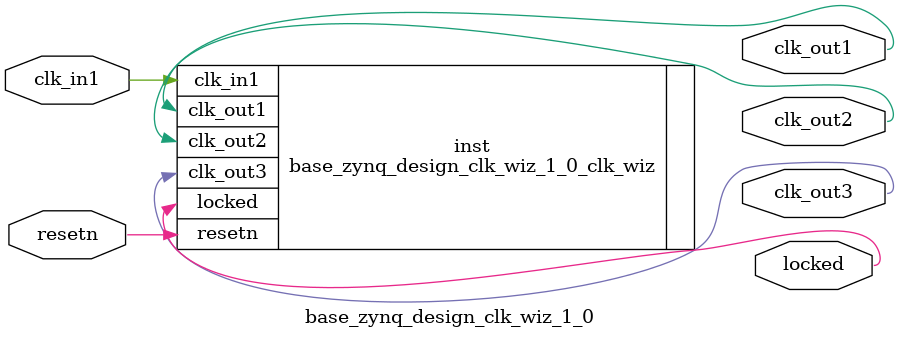
<source format=v>


`timescale 1ps/1ps

(* CORE_GENERATION_INFO = "base_zynq_design_clk_wiz_1_0,clk_wiz_v5_4_0_0,{component_name=base_zynq_design_clk_wiz_1_0,use_phase_alignment=true,use_min_o_jitter=false,use_max_i_jitter=false,use_dyn_phase_shift=false,use_inclk_switchover=false,use_dyn_reconfig=false,enable_axi=0,feedback_source=FDBK_AUTO,PRIMITIVE=MMCM,num_out_clk=3,clkin1_period=10.000,clkin2_period=10.000,use_power_down=false,use_reset=true,use_locked=true,use_inclk_stopped=false,feedback_type=SINGLE,CLOCK_MGR_TYPE=NA,manual_override=false}" *)

module base_zynq_design_clk_wiz_1_0 
 (
  // Clock out ports
  output        clk_out1,
  output        clk_out2,
  output        clk_out3,
  // Status and control signals
  input         resetn,
  output        locked,
 // Clock in ports
  input         clk_in1
 );

  base_zynq_design_clk_wiz_1_0_clk_wiz inst
  (
  // Clock out ports  
  .clk_out1(clk_out1),
  .clk_out2(clk_out2),
  .clk_out3(clk_out3),
  // Status and control signals               
  .resetn(resetn), 
  .locked(locked),
 // Clock in ports
  .clk_in1(clk_in1)
  );

endmodule

</source>
